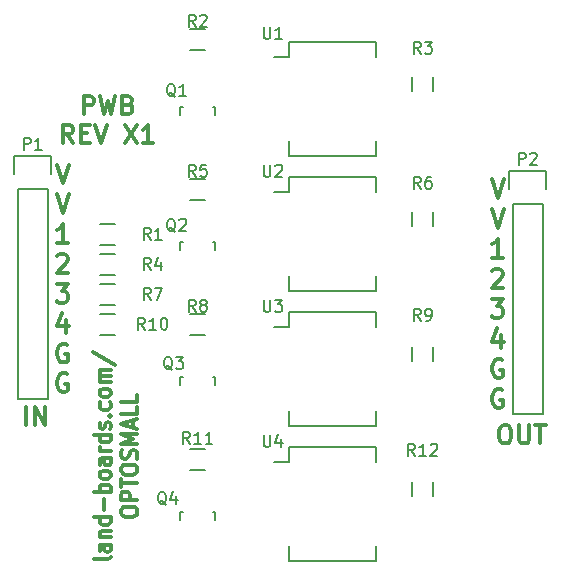
<source format=gto>
G04 #@! TF.FileFunction,Legend,Top*
%FSLAX46Y46*%
G04 Gerber Fmt 4.6, Leading zero omitted, Abs format (unit mm)*
G04 Created by KiCad (PCBNEW (after 2015-mar-04 BZR unknown)-product) date 6/12/2015 3:56:59 PM*
%MOMM*%
G01*
G04 APERTURE LIST*
%ADD10C,0.150000*%
%ADD11C,0.304800*%
G04 APERTURE END LIST*
D10*
D11*
X198628001Y-115243429D02*
X198918287Y-115243429D01*
X199063429Y-115316000D01*
X199208572Y-115461143D01*
X199281144Y-115751429D01*
X199281144Y-116259429D01*
X199208572Y-116549714D01*
X199063429Y-116694857D01*
X198918287Y-116767429D01*
X198628001Y-116767429D01*
X198482858Y-116694857D01*
X198337715Y-116549714D01*
X198265144Y-116259429D01*
X198265144Y-115751429D01*
X198337715Y-115461143D01*
X198482858Y-115316000D01*
X198628001Y-115243429D01*
X199934286Y-115243429D02*
X199934286Y-116477143D01*
X200006858Y-116622286D01*
X200079429Y-116694857D01*
X200224572Y-116767429D01*
X200514858Y-116767429D01*
X200660000Y-116694857D01*
X200732572Y-116622286D01*
X200805143Y-116477143D01*
X200805143Y-115243429D01*
X201313143Y-115243429D02*
X202184000Y-115243429D01*
X201748571Y-116767429D02*
X201748571Y-115243429D01*
X158205715Y-115243429D02*
X158205715Y-113719429D01*
X158931429Y-115243429D02*
X158931429Y-113719429D01*
X159802286Y-115243429D01*
X159802286Y-113719429D01*
X197612000Y-94355920D02*
X198120000Y-95956120D01*
X198628000Y-94355920D01*
X197612000Y-96901000D02*
X198120000Y-98501200D01*
X198628000Y-96901000D01*
X198555429Y-101046280D02*
X197684572Y-101046280D01*
X198120000Y-101046280D02*
X198120000Y-99446080D01*
X197974857Y-99674680D01*
X197829715Y-99827080D01*
X197684572Y-99903280D01*
X197684572Y-102143560D02*
X197757143Y-102067360D01*
X197902286Y-101991160D01*
X198265143Y-101991160D01*
X198410286Y-102067360D01*
X198482857Y-102143560D01*
X198555429Y-102295960D01*
X198555429Y-102448360D01*
X198482857Y-102676960D01*
X197612000Y-103591360D01*
X198555429Y-103591360D01*
X197612000Y-104536240D02*
X198555429Y-104536240D01*
X198047429Y-105145840D01*
X198265143Y-105145840D01*
X198410286Y-105222040D01*
X198482857Y-105298240D01*
X198555429Y-105450640D01*
X198555429Y-105831640D01*
X198482857Y-105984040D01*
X198410286Y-106060240D01*
X198265143Y-106136440D01*
X197829715Y-106136440D01*
X197684572Y-106060240D01*
X197612000Y-105984040D01*
X198410286Y-107614720D02*
X198410286Y-108681520D01*
X198047429Y-107005120D02*
X197684572Y-108148120D01*
X198628000Y-108148120D01*
X198519143Y-109702600D02*
X198374000Y-109626400D01*
X198156286Y-109626400D01*
X197938571Y-109702600D01*
X197793429Y-109855000D01*
X197720857Y-110007400D01*
X197648286Y-110312200D01*
X197648286Y-110540800D01*
X197720857Y-110845600D01*
X197793429Y-110998000D01*
X197938571Y-111150400D01*
X198156286Y-111226600D01*
X198301429Y-111226600D01*
X198519143Y-111150400D01*
X198591714Y-111074200D01*
X198591714Y-110540800D01*
X198301429Y-110540800D01*
X198519143Y-112247680D02*
X198374000Y-112171480D01*
X198156286Y-112171480D01*
X197938571Y-112247680D01*
X197793429Y-112400080D01*
X197720857Y-112552480D01*
X197648286Y-112857280D01*
X197648286Y-113085880D01*
X197720857Y-113390680D01*
X197793429Y-113543080D01*
X197938571Y-113695480D01*
X198156286Y-113771680D01*
X198301429Y-113771680D01*
X198519143Y-113695480D01*
X198591714Y-113619280D01*
X198591714Y-113085880D01*
X198301429Y-113085880D01*
X160782000Y-93155105D02*
X161290000Y-94742605D01*
X161798000Y-93155105D01*
X160782000Y-95682405D02*
X161290000Y-97269905D01*
X161798000Y-95682405D01*
X161725429Y-99797205D02*
X160854572Y-99797205D01*
X161290000Y-99797205D02*
X161290000Y-98209705D01*
X161144857Y-98436490D01*
X160999715Y-98587681D01*
X160854572Y-98663276D01*
X160854572Y-100888195D02*
X160927143Y-100812600D01*
X161072286Y-100737005D01*
X161435143Y-100737005D01*
X161580286Y-100812600D01*
X161652857Y-100888195D01*
X161725429Y-101039386D01*
X161725429Y-101190576D01*
X161652857Y-101417362D01*
X160782000Y-102324505D01*
X161725429Y-102324505D01*
X160782000Y-103264305D02*
X161725429Y-103264305D01*
X161217429Y-103869067D01*
X161435143Y-103869067D01*
X161580286Y-103944662D01*
X161652857Y-104020257D01*
X161725429Y-104171448D01*
X161725429Y-104549424D01*
X161652857Y-104700614D01*
X161580286Y-104776210D01*
X161435143Y-104851805D01*
X160999715Y-104851805D01*
X160854572Y-104776210D01*
X160782000Y-104700614D01*
X161580286Y-106320771D02*
X161580286Y-107379105D01*
X161217429Y-105716010D02*
X160854572Y-106849938D01*
X161798000Y-106849938D01*
X161689143Y-108394500D02*
X161544000Y-108318905D01*
X161326286Y-108318905D01*
X161108571Y-108394500D01*
X160963429Y-108545690D01*
X160890857Y-108696881D01*
X160818286Y-108999262D01*
X160818286Y-109226048D01*
X160890857Y-109528429D01*
X160963429Y-109679619D01*
X161108571Y-109830810D01*
X161326286Y-109906405D01*
X161471429Y-109906405D01*
X161689143Y-109830810D01*
X161761714Y-109755214D01*
X161761714Y-109226048D01*
X161471429Y-109226048D01*
X161689143Y-110921800D02*
X161544000Y-110846205D01*
X161326286Y-110846205D01*
X161108571Y-110921800D01*
X160963429Y-111072990D01*
X160890857Y-111224181D01*
X160818286Y-111526562D01*
X160818286Y-111753348D01*
X160890857Y-112055729D01*
X160963429Y-112206919D01*
X161108571Y-112358110D01*
X161326286Y-112433705D01*
X161471429Y-112433705D01*
X161689143Y-112358110D01*
X161761714Y-112282514D01*
X161761714Y-111753348D01*
X161471429Y-111753348D01*
X165363676Y-126352905D02*
X165297152Y-126473858D01*
X165164105Y-126534334D01*
X163966676Y-126534334D01*
X165363676Y-125324810D02*
X164631914Y-125324810D01*
X164498867Y-125385287D01*
X164432343Y-125506239D01*
X164432343Y-125748144D01*
X164498867Y-125869096D01*
X165297152Y-125324810D02*
X165363676Y-125445763D01*
X165363676Y-125748144D01*
X165297152Y-125869096D01*
X165164105Y-125929572D01*
X165031057Y-125929572D01*
X164898010Y-125869096D01*
X164831486Y-125748144D01*
X164831486Y-125445763D01*
X164764962Y-125324810D01*
X164432343Y-124720048D02*
X165363676Y-124720048D01*
X164565390Y-124720048D02*
X164498867Y-124659572D01*
X164432343Y-124538619D01*
X164432343Y-124357191D01*
X164498867Y-124236239D01*
X164631914Y-124175762D01*
X165363676Y-124175762D01*
X165363676Y-123026714D02*
X163966676Y-123026714D01*
X165297152Y-123026714D02*
X165363676Y-123147667D01*
X165363676Y-123389571D01*
X165297152Y-123510524D01*
X165230629Y-123571000D01*
X165097581Y-123631476D01*
X164698438Y-123631476D01*
X164565390Y-123571000D01*
X164498867Y-123510524D01*
X164432343Y-123389571D01*
X164432343Y-123147667D01*
X164498867Y-123026714D01*
X164831486Y-122421952D02*
X164831486Y-121454333D01*
X165363676Y-120849571D02*
X163966676Y-120849571D01*
X164498867Y-120849571D02*
X164432343Y-120728619D01*
X164432343Y-120486714D01*
X164498867Y-120365762D01*
X164565390Y-120305285D01*
X164698438Y-120244809D01*
X165097581Y-120244809D01*
X165230629Y-120305285D01*
X165297152Y-120365762D01*
X165363676Y-120486714D01*
X165363676Y-120728619D01*
X165297152Y-120849571D01*
X165363676Y-119519094D02*
X165297152Y-119640047D01*
X165230629Y-119700523D01*
X165097581Y-119760999D01*
X164698438Y-119760999D01*
X164565390Y-119700523D01*
X164498867Y-119640047D01*
X164432343Y-119519094D01*
X164432343Y-119337666D01*
X164498867Y-119216714D01*
X164565390Y-119156237D01*
X164698438Y-119095761D01*
X165097581Y-119095761D01*
X165230629Y-119156237D01*
X165297152Y-119216714D01*
X165363676Y-119337666D01*
X165363676Y-119519094D01*
X165363676Y-118007189D02*
X164631914Y-118007189D01*
X164498867Y-118067666D01*
X164432343Y-118188618D01*
X164432343Y-118430523D01*
X164498867Y-118551475D01*
X165297152Y-118007189D02*
X165363676Y-118128142D01*
X165363676Y-118430523D01*
X165297152Y-118551475D01*
X165164105Y-118611951D01*
X165031057Y-118611951D01*
X164898010Y-118551475D01*
X164831486Y-118430523D01*
X164831486Y-118128142D01*
X164764962Y-118007189D01*
X165363676Y-117402427D02*
X164432343Y-117402427D01*
X164698438Y-117402427D02*
X164565390Y-117341951D01*
X164498867Y-117281475D01*
X164432343Y-117160522D01*
X164432343Y-117039570D01*
X165363676Y-116071951D02*
X163966676Y-116071951D01*
X165297152Y-116071951D02*
X165363676Y-116192904D01*
X165363676Y-116434808D01*
X165297152Y-116555761D01*
X165230629Y-116616237D01*
X165097581Y-116676713D01*
X164698438Y-116676713D01*
X164565390Y-116616237D01*
X164498867Y-116555761D01*
X164432343Y-116434808D01*
X164432343Y-116192904D01*
X164498867Y-116071951D01*
X165297152Y-115527665D02*
X165363676Y-115406713D01*
X165363676Y-115164808D01*
X165297152Y-115043856D01*
X165164105Y-114983380D01*
X165097581Y-114983380D01*
X164964533Y-115043856D01*
X164898010Y-115164808D01*
X164898010Y-115346237D01*
X164831486Y-115467189D01*
X164698438Y-115527665D01*
X164631914Y-115527665D01*
X164498867Y-115467189D01*
X164432343Y-115346237D01*
X164432343Y-115164808D01*
X164498867Y-115043856D01*
X165230629Y-114439094D02*
X165297152Y-114378618D01*
X165363676Y-114439094D01*
X165297152Y-114499570D01*
X165230629Y-114439094D01*
X165363676Y-114439094D01*
X165297152Y-113290046D02*
X165363676Y-113410999D01*
X165363676Y-113652903D01*
X165297152Y-113773856D01*
X165230629Y-113834332D01*
X165097581Y-113894808D01*
X164698438Y-113894808D01*
X164565390Y-113834332D01*
X164498867Y-113773856D01*
X164432343Y-113652903D01*
X164432343Y-113410999D01*
X164498867Y-113290046D01*
X165363676Y-112564332D02*
X165297152Y-112685285D01*
X165230629Y-112745761D01*
X165097581Y-112806237D01*
X164698438Y-112806237D01*
X164565390Y-112745761D01*
X164498867Y-112685285D01*
X164432343Y-112564332D01*
X164432343Y-112382904D01*
X164498867Y-112261952D01*
X164565390Y-112201475D01*
X164698438Y-112140999D01*
X165097581Y-112140999D01*
X165230629Y-112201475D01*
X165297152Y-112261952D01*
X165363676Y-112382904D01*
X165363676Y-112564332D01*
X165363676Y-111596713D02*
X164432343Y-111596713D01*
X164565390Y-111596713D02*
X164498867Y-111536237D01*
X164432343Y-111415284D01*
X164432343Y-111233856D01*
X164498867Y-111112904D01*
X164631914Y-111052427D01*
X165363676Y-111052427D01*
X164631914Y-111052427D02*
X164498867Y-110991951D01*
X164432343Y-110870999D01*
X164432343Y-110689570D01*
X164498867Y-110568618D01*
X164631914Y-110508142D01*
X165363676Y-110508142D01*
X163900152Y-108996237D02*
X165696295Y-110084809D01*
X166227276Y-122663856D02*
X166227276Y-122421952D01*
X166293800Y-122300999D01*
X166426848Y-122180047D01*
X166692943Y-122119571D01*
X167158610Y-122119571D01*
X167424705Y-122180047D01*
X167557752Y-122300999D01*
X167624276Y-122421952D01*
X167624276Y-122663856D01*
X167557752Y-122784809D01*
X167424705Y-122905761D01*
X167158610Y-122966237D01*
X166692943Y-122966237D01*
X166426848Y-122905761D01*
X166293800Y-122784809D01*
X166227276Y-122663856D01*
X167624276Y-121575285D02*
X166227276Y-121575285D01*
X166227276Y-121091476D01*
X166293800Y-120970523D01*
X166360324Y-120910047D01*
X166493371Y-120849571D01*
X166692943Y-120849571D01*
X166825990Y-120910047D01*
X166892514Y-120970523D01*
X166959038Y-121091476D01*
X166959038Y-121575285D01*
X166227276Y-120486714D02*
X166227276Y-119760999D01*
X167624276Y-120123856D02*
X166227276Y-120123856D01*
X166227276Y-119095761D02*
X166227276Y-118853857D01*
X166293800Y-118732904D01*
X166426848Y-118611952D01*
X166692943Y-118551476D01*
X167158610Y-118551476D01*
X167424705Y-118611952D01*
X167557752Y-118732904D01*
X167624276Y-118853857D01*
X167624276Y-119095761D01*
X167557752Y-119216714D01*
X167424705Y-119337666D01*
X167158610Y-119398142D01*
X166692943Y-119398142D01*
X166426848Y-119337666D01*
X166293800Y-119216714D01*
X166227276Y-119095761D01*
X167557752Y-118067666D02*
X167624276Y-117886238D01*
X167624276Y-117583857D01*
X167557752Y-117462904D01*
X167491229Y-117402428D01*
X167358181Y-117341952D01*
X167225133Y-117341952D01*
X167092086Y-117402428D01*
X167025562Y-117462904D01*
X166959038Y-117583857D01*
X166892514Y-117825761D01*
X166825990Y-117946714D01*
X166759467Y-118007190D01*
X166626419Y-118067666D01*
X166493371Y-118067666D01*
X166360324Y-118007190D01*
X166293800Y-117946714D01*
X166227276Y-117825761D01*
X166227276Y-117523381D01*
X166293800Y-117341952D01*
X167624276Y-116797666D02*
X166227276Y-116797666D01*
X167225133Y-116374333D01*
X166227276Y-115950999D01*
X167624276Y-115950999D01*
X167225133Y-115406713D02*
X167225133Y-114801951D01*
X167624276Y-115527666D02*
X166227276Y-115104332D01*
X167624276Y-114680999D01*
X167624276Y-113652904D02*
X167624276Y-114257666D01*
X166227276Y-114257666D01*
X167624276Y-112624809D02*
X167624276Y-113229571D01*
X166227276Y-113229571D01*
X163068000Y-88878229D02*
X163068000Y-87354229D01*
X163648572Y-87354229D01*
X163793714Y-87426800D01*
X163866286Y-87499371D01*
X163938857Y-87644514D01*
X163938857Y-87862229D01*
X163866286Y-88007371D01*
X163793714Y-88079943D01*
X163648572Y-88152514D01*
X163068000Y-88152514D01*
X164446857Y-87354229D02*
X164809714Y-88878229D01*
X165100000Y-87789657D01*
X165390286Y-88878229D01*
X165753143Y-87354229D01*
X166841714Y-88079943D02*
X167059428Y-88152514D01*
X167132000Y-88225086D01*
X167204571Y-88370229D01*
X167204571Y-88587943D01*
X167132000Y-88733086D01*
X167059428Y-88805657D01*
X166914286Y-88878229D01*
X166333714Y-88878229D01*
X166333714Y-87354229D01*
X166841714Y-87354229D01*
X166986857Y-87426800D01*
X167059428Y-87499371D01*
X167132000Y-87644514D01*
X167132000Y-87789657D01*
X167059428Y-87934800D01*
X166986857Y-88007371D01*
X166841714Y-88079943D01*
X166333714Y-88079943D01*
X162197142Y-91316629D02*
X161689142Y-90590914D01*
X161326285Y-91316629D02*
X161326285Y-89792629D01*
X161906857Y-89792629D01*
X162051999Y-89865200D01*
X162124571Y-89937771D01*
X162197142Y-90082914D01*
X162197142Y-90300629D01*
X162124571Y-90445771D01*
X162051999Y-90518343D01*
X161906857Y-90590914D01*
X161326285Y-90590914D01*
X162850285Y-90518343D02*
X163358285Y-90518343D01*
X163575999Y-91316629D02*
X162850285Y-91316629D01*
X162850285Y-89792629D01*
X163575999Y-89792629D01*
X164011428Y-89792629D02*
X164519428Y-91316629D01*
X165027428Y-89792629D01*
X166551428Y-89792629D02*
X167567428Y-91316629D01*
X167567428Y-89792629D02*
X166551428Y-91316629D01*
X168946286Y-91316629D02*
X168075429Y-91316629D01*
X168510857Y-91316629D02*
X168510857Y-89792629D01*
X168365714Y-90010343D01*
X168220572Y-90155486D01*
X168075429Y-90228057D01*
D10*
X165700000Y-99935000D02*
X164500000Y-99935000D01*
X164500000Y-98185000D02*
X165700000Y-98185000D01*
X173320000Y-83425000D02*
X172120000Y-83425000D01*
X172120000Y-81675000D02*
X173320000Y-81675000D01*
X192645000Y-85760000D02*
X192645000Y-86960000D01*
X190895000Y-86960000D02*
X190895000Y-85760000D01*
X165700000Y-102475000D02*
X164500000Y-102475000D01*
X164500000Y-100725000D02*
X165700000Y-100725000D01*
X173320000Y-96125000D02*
X172120000Y-96125000D01*
X172120000Y-94375000D02*
X173320000Y-94375000D01*
X192645000Y-97190000D02*
X192645000Y-98390000D01*
X190895000Y-98390000D02*
X190895000Y-97190000D01*
X165700000Y-105015000D02*
X164500000Y-105015000D01*
X164500000Y-103265000D02*
X165700000Y-103265000D01*
X173320000Y-107555000D02*
X172120000Y-107555000D01*
X172120000Y-105805000D02*
X173320000Y-105805000D01*
X192645000Y-108620000D02*
X192645000Y-109820000D01*
X190895000Y-109820000D02*
X190895000Y-108620000D01*
X165700000Y-107555000D02*
X164500000Y-107555000D01*
X164500000Y-105805000D02*
X165700000Y-105805000D01*
X173320000Y-118985000D02*
X172120000Y-118985000D01*
X172120000Y-117235000D02*
X173320000Y-117235000D01*
X192645000Y-120050000D02*
X192645000Y-121250000D01*
X190895000Y-121250000D02*
X190895000Y-120050000D01*
X180475000Y-82795000D02*
X180475000Y-84065000D01*
X187825000Y-82795000D02*
X187825000Y-84065000D01*
X187825000Y-92465000D02*
X187825000Y-91195000D01*
X180475000Y-92465000D02*
X180475000Y-91195000D01*
X180475000Y-82795000D02*
X187825000Y-82795000D01*
X180475000Y-92465000D02*
X187825000Y-92465000D01*
X180475000Y-84065000D02*
X179190000Y-84065000D01*
X180475000Y-94225000D02*
X180475000Y-95495000D01*
X187825000Y-94225000D02*
X187825000Y-95495000D01*
X187825000Y-103895000D02*
X187825000Y-102625000D01*
X180475000Y-103895000D02*
X180475000Y-102625000D01*
X180475000Y-94225000D02*
X187825000Y-94225000D01*
X180475000Y-103895000D02*
X187825000Y-103895000D01*
X180475000Y-95495000D02*
X179190000Y-95495000D01*
X180475000Y-105655000D02*
X180475000Y-106925000D01*
X187825000Y-105655000D02*
X187825000Y-106925000D01*
X187825000Y-115325000D02*
X187825000Y-114055000D01*
X180475000Y-115325000D02*
X180475000Y-114055000D01*
X180475000Y-105655000D02*
X187825000Y-105655000D01*
X180475000Y-115325000D02*
X187825000Y-115325000D01*
X180475000Y-106925000D02*
X179190000Y-106925000D01*
X180475000Y-117085000D02*
X180475000Y-118355000D01*
X187825000Y-117085000D02*
X187825000Y-118355000D01*
X187825000Y-126755000D02*
X187825000Y-125485000D01*
X180475000Y-126755000D02*
X180475000Y-125485000D01*
X180475000Y-117085000D02*
X187825000Y-117085000D01*
X180475000Y-126755000D02*
X187825000Y-126755000D01*
X180475000Y-118355000D02*
X179190000Y-118355000D01*
X171220180Y-88950800D02*
X171220180Y-88249760D01*
X171220180Y-88249760D02*
X171469100Y-88249760D01*
X174019160Y-88249760D02*
X174219820Y-88249760D01*
X174219820Y-88249760D02*
X174219820Y-88950800D01*
X171220180Y-100380800D02*
X171220180Y-99679760D01*
X171220180Y-99679760D02*
X171469100Y-99679760D01*
X174019160Y-99679760D02*
X174219820Y-99679760D01*
X174219820Y-99679760D02*
X174219820Y-100380800D01*
X171220180Y-111810800D02*
X171220180Y-111109760D01*
X171220180Y-111109760D02*
X171469100Y-111109760D01*
X174019160Y-111109760D02*
X174219820Y-111109760D01*
X174219820Y-111109760D02*
X174219820Y-111810800D01*
X171220180Y-123240800D02*
X171220180Y-122539760D01*
X171220180Y-122539760D02*
X171469100Y-122539760D01*
X174019160Y-122539760D02*
X174219820Y-122539760D01*
X174219820Y-122539760D02*
X174219820Y-123240800D01*
X160020000Y-95250000D02*
X160020000Y-113030000D01*
X160020000Y-113030000D02*
X157480000Y-113030000D01*
X157480000Y-113030000D02*
X157480000Y-95250000D01*
X160300000Y-92430000D02*
X160300000Y-93980000D01*
X160020000Y-95250000D02*
X157480000Y-95250000D01*
X157200000Y-93980000D02*
X157200000Y-92430000D01*
X157200000Y-92430000D02*
X160300000Y-92430000D01*
X201930000Y-96520000D02*
X201930000Y-114300000D01*
X201930000Y-114300000D02*
X199390000Y-114300000D01*
X199390000Y-114300000D02*
X199390000Y-96520000D01*
X202210000Y-93700000D02*
X202210000Y-95250000D01*
X201930000Y-96520000D02*
X199390000Y-96520000D01*
X199110000Y-95250000D02*
X199110000Y-93700000D01*
X199110000Y-93700000D02*
X202210000Y-93700000D01*
X168743334Y-99512381D02*
X168410000Y-99036190D01*
X168171905Y-99512381D02*
X168171905Y-98512381D01*
X168552858Y-98512381D01*
X168648096Y-98560000D01*
X168695715Y-98607619D01*
X168743334Y-98702857D01*
X168743334Y-98845714D01*
X168695715Y-98940952D01*
X168648096Y-98988571D01*
X168552858Y-99036190D01*
X168171905Y-99036190D01*
X169695715Y-99512381D02*
X169124286Y-99512381D01*
X169410000Y-99512381D02*
X169410000Y-98512381D01*
X169314762Y-98655238D01*
X169219524Y-98750476D01*
X169124286Y-98798095D01*
X172553334Y-81478381D02*
X172220000Y-81002190D01*
X171981905Y-81478381D02*
X171981905Y-80478381D01*
X172362858Y-80478381D01*
X172458096Y-80526000D01*
X172505715Y-80573619D01*
X172553334Y-80668857D01*
X172553334Y-80811714D01*
X172505715Y-80906952D01*
X172458096Y-80954571D01*
X172362858Y-81002190D01*
X171981905Y-81002190D01*
X172934286Y-80573619D02*
X172981905Y-80526000D01*
X173077143Y-80478381D01*
X173315239Y-80478381D01*
X173410477Y-80526000D01*
X173458096Y-80573619D01*
X173505715Y-80668857D01*
X173505715Y-80764095D01*
X173458096Y-80906952D01*
X172886667Y-81478381D01*
X173505715Y-81478381D01*
X191603334Y-83764381D02*
X191270000Y-83288190D01*
X191031905Y-83764381D02*
X191031905Y-82764381D01*
X191412858Y-82764381D01*
X191508096Y-82812000D01*
X191555715Y-82859619D01*
X191603334Y-82954857D01*
X191603334Y-83097714D01*
X191555715Y-83192952D01*
X191508096Y-83240571D01*
X191412858Y-83288190D01*
X191031905Y-83288190D01*
X191936667Y-82764381D02*
X192555715Y-82764381D01*
X192222381Y-83145333D01*
X192365239Y-83145333D01*
X192460477Y-83192952D01*
X192508096Y-83240571D01*
X192555715Y-83335810D01*
X192555715Y-83573905D01*
X192508096Y-83669143D01*
X192460477Y-83716762D01*
X192365239Y-83764381D01*
X192079524Y-83764381D01*
X191984286Y-83716762D01*
X191936667Y-83669143D01*
X168743334Y-102052381D02*
X168410000Y-101576190D01*
X168171905Y-102052381D02*
X168171905Y-101052381D01*
X168552858Y-101052381D01*
X168648096Y-101100000D01*
X168695715Y-101147619D01*
X168743334Y-101242857D01*
X168743334Y-101385714D01*
X168695715Y-101480952D01*
X168648096Y-101528571D01*
X168552858Y-101576190D01*
X168171905Y-101576190D01*
X169600477Y-101385714D02*
X169600477Y-102052381D01*
X169362381Y-101004762D02*
X169124286Y-101719048D01*
X169743334Y-101719048D01*
X172553334Y-94178381D02*
X172220000Y-93702190D01*
X171981905Y-94178381D02*
X171981905Y-93178381D01*
X172362858Y-93178381D01*
X172458096Y-93226000D01*
X172505715Y-93273619D01*
X172553334Y-93368857D01*
X172553334Y-93511714D01*
X172505715Y-93606952D01*
X172458096Y-93654571D01*
X172362858Y-93702190D01*
X171981905Y-93702190D01*
X173458096Y-93178381D02*
X172981905Y-93178381D01*
X172934286Y-93654571D01*
X172981905Y-93606952D01*
X173077143Y-93559333D01*
X173315239Y-93559333D01*
X173410477Y-93606952D01*
X173458096Y-93654571D01*
X173505715Y-93749810D01*
X173505715Y-93987905D01*
X173458096Y-94083143D01*
X173410477Y-94130762D01*
X173315239Y-94178381D01*
X173077143Y-94178381D01*
X172981905Y-94130762D01*
X172934286Y-94083143D01*
X191603334Y-95194381D02*
X191270000Y-94718190D01*
X191031905Y-95194381D02*
X191031905Y-94194381D01*
X191412858Y-94194381D01*
X191508096Y-94242000D01*
X191555715Y-94289619D01*
X191603334Y-94384857D01*
X191603334Y-94527714D01*
X191555715Y-94622952D01*
X191508096Y-94670571D01*
X191412858Y-94718190D01*
X191031905Y-94718190D01*
X192460477Y-94194381D02*
X192270000Y-94194381D01*
X192174762Y-94242000D01*
X192127143Y-94289619D01*
X192031905Y-94432476D01*
X191984286Y-94622952D01*
X191984286Y-95003905D01*
X192031905Y-95099143D01*
X192079524Y-95146762D01*
X192174762Y-95194381D01*
X192365239Y-95194381D01*
X192460477Y-95146762D01*
X192508096Y-95099143D01*
X192555715Y-95003905D01*
X192555715Y-94765810D01*
X192508096Y-94670571D01*
X192460477Y-94622952D01*
X192365239Y-94575333D01*
X192174762Y-94575333D01*
X192079524Y-94622952D01*
X192031905Y-94670571D01*
X191984286Y-94765810D01*
X168743334Y-104592381D02*
X168410000Y-104116190D01*
X168171905Y-104592381D02*
X168171905Y-103592381D01*
X168552858Y-103592381D01*
X168648096Y-103640000D01*
X168695715Y-103687619D01*
X168743334Y-103782857D01*
X168743334Y-103925714D01*
X168695715Y-104020952D01*
X168648096Y-104068571D01*
X168552858Y-104116190D01*
X168171905Y-104116190D01*
X169076667Y-103592381D02*
X169743334Y-103592381D01*
X169314762Y-104592381D01*
X172553334Y-105608381D02*
X172220000Y-105132190D01*
X171981905Y-105608381D02*
X171981905Y-104608381D01*
X172362858Y-104608381D01*
X172458096Y-104656000D01*
X172505715Y-104703619D01*
X172553334Y-104798857D01*
X172553334Y-104941714D01*
X172505715Y-105036952D01*
X172458096Y-105084571D01*
X172362858Y-105132190D01*
X171981905Y-105132190D01*
X173124762Y-105036952D02*
X173029524Y-104989333D01*
X172981905Y-104941714D01*
X172934286Y-104846476D01*
X172934286Y-104798857D01*
X172981905Y-104703619D01*
X173029524Y-104656000D01*
X173124762Y-104608381D01*
X173315239Y-104608381D01*
X173410477Y-104656000D01*
X173458096Y-104703619D01*
X173505715Y-104798857D01*
X173505715Y-104846476D01*
X173458096Y-104941714D01*
X173410477Y-104989333D01*
X173315239Y-105036952D01*
X173124762Y-105036952D01*
X173029524Y-105084571D01*
X172981905Y-105132190D01*
X172934286Y-105227429D01*
X172934286Y-105417905D01*
X172981905Y-105513143D01*
X173029524Y-105560762D01*
X173124762Y-105608381D01*
X173315239Y-105608381D01*
X173410477Y-105560762D01*
X173458096Y-105513143D01*
X173505715Y-105417905D01*
X173505715Y-105227429D01*
X173458096Y-105132190D01*
X173410477Y-105084571D01*
X173315239Y-105036952D01*
X191603334Y-106370381D02*
X191270000Y-105894190D01*
X191031905Y-106370381D02*
X191031905Y-105370381D01*
X191412858Y-105370381D01*
X191508096Y-105418000D01*
X191555715Y-105465619D01*
X191603334Y-105560857D01*
X191603334Y-105703714D01*
X191555715Y-105798952D01*
X191508096Y-105846571D01*
X191412858Y-105894190D01*
X191031905Y-105894190D01*
X192079524Y-106370381D02*
X192270000Y-106370381D01*
X192365239Y-106322762D01*
X192412858Y-106275143D01*
X192508096Y-106132286D01*
X192555715Y-105941810D01*
X192555715Y-105560857D01*
X192508096Y-105465619D01*
X192460477Y-105418000D01*
X192365239Y-105370381D01*
X192174762Y-105370381D01*
X192079524Y-105418000D01*
X192031905Y-105465619D01*
X191984286Y-105560857D01*
X191984286Y-105798952D01*
X192031905Y-105894190D01*
X192079524Y-105941810D01*
X192174762Y-105989429D01*
X192365239Y-105989429D01*
X192460477Y-105941810D01*
X192508096Y-105894190D01*
X192555715Y-105798952D01*
X168267143Y-107132381D02*
X167933809Y-106656190D01*
X167695714Y-107132381D02*
X167695714Y-106132381D01*
X168076667Y-106132381D01*
X168171905Y-106180000D01*
X168219524Y-106227619D01*
X168267143Y-106322857D01*
X168267143Y-106465714D01*
X168219524Y-106560952D01*
X168171905Y-106608571D01*
X168076667Y-106656190D01*
X167695714Y-106656190D01*
X169219524Y-107132381D02*
X168648095Y-107132381D01*
X168933809Y-107132381D02*
X168933809Y-106132381D01*
X168838571Y-106275238D01*
X168743333Y-106370476D01*
X168648095Y-106418095D01*
X169838571Y-106132381D02*
X169933810Y-106132381D01*
X170029048Y-106180000D01*
X170076667Y-106227619D01*
X170124286Y-106322857D01*
X170171905Y-106513333D01*
X170171905Y-106751429D01*
X170124286Y-106941905D01*
X170076667Y-107037143D01*
X170029048Y-107084762D01*
X169933810Y-107132381D01*
X169838571Y-107132381D01*
X169743333Y-107084762D01*
X169695714Y-107037143D01*
X169648095Y-106941905D01*
X169600476Y-106751429D01*
X169600476Y-106513333D01*
X169648095Y-106322857D01*
X169695714Y-106227619D01*
X169743333Y-106180000D01*
X169838571Y-106132381D01*
X172077143Y-116784381D02*
X171743809Y-116308190D01*
X171505714Y-116784381D02*
X171505714Y-115784381D01*
X171886667Y-115784381D01*
X171981905Y-115832000D01*
X172029524Y-115879619D01*
X172077143Y-115974857D01*
X172077143Y-116117714D01*
X172029524Y-116212952D01*
X171981905Y-116260571D01*
X171886667Y-116308190D01*
X171505714Y-116308190D01*
X173029524Y-116784381D02*
X172458095Y-116784381D01*
X172743809Y-116784381D02*
X172743809Y-115784381D01*
X172648571Y-115927238D01*
X172553333Y-116022476D01*
X172458095Y-116070095D01*
X173981905Y-116784381D02*
X173410476Y-116784381D01*
X173696190Y-116784381D02*
X173696190Y-115784381D01*
X173600952Y-115927238D01*
X173505714Y-116022476D01*
X173410476Y-116070095D01*
X191127143Y-117800381D02*
X190793809Y-117324190D01*
X190555714Y-117800381D02*
X190555714Y-116800381D01*
X190936667Y-116800381D01*
X191031905Y-116848000D01*
X191079524Y-116895619D01*
X191127143Y-116990857D01*
X191127143Y-117133714D01*
X191079524Y-117228952D01*
X191031905Y-117276571D01*
X190936667Y-117324190D01*
X190555714Y-117324190D01*
X192079524Y-117800381D02*
X191508095Y-117800381D01*
X191793809Y-117800381D02*
X191793809Y-116800381D01*
X191698571Y-116943238D01*
X191603333Y-117038476D01*
X191508095Y-117086095D01*
X192460476Y-116895619D02*
X192508095Y-116848000D01*
X192603333Y-116800381D01*
X192841429Y-116800381D01*
X192936667Y-116848000D01*
X192984286Y-116895619D01*
X193031905Y-116990857D01*
X193031905Y-117086095D01*
X192984286Y-117228952D01*
X192412857Y-117800381D01*
X193031905Y-117800381D01*
X178308095Y-81494381D02*
X178308095Y-82303905D01*
X178355714Y-82399143D01*
X178403333Y-82446762D01*
X178498571Y-82494381D01*
X178689048Y-82494381D01*
X178784286Y-82446762D01*
X178831905Y-82399143D01*
X178879524Y-82303905D01*
X178879524Y-81494381D01*
X179879524Y-82494381D02*
X179308095Y-82494381D01*
X179593809Y-82494381D02*
X179593809Y-81494381D01*
X179498571Y-81637238D01*
X179403333Y-81732476D01*
X179308095Y-81780095D01*
X178308095Y-93178381D02*
X178308095Y-93987905D01*
X178355714Y-94083143D01*
X178403333Y-94130762D01*
X178498571Y-94178381D01*
X178689048Y-94178381D01*
X178784286Y-94130762D01*
X178831905Y-94083143D01*
X178879524Y-93987905D01*
X178879524Y-93178381D01*
X179308095Y-93273619D02*
X179355714Y-93226000D01*
X179450952Y-93178381D01*
X179689048Y-93178381D01*
X179784286Y-93226000D01*
X179831905Y-93273619D01*
X179879524Y-93368857D01*
X179879524Y-93464095D01*
X179831905Y-93606952D01*
X179260476Y-94178381D01*
X179879524Y-94178381D01*
X178308095Y-104608381D02*
X178308095Y-105417905D01*
X178355714Y-105513143D01*
X178403333Y-105560762D01*
X178498571Y-105608381D01*
X178689048Y-105608381D01*
X178784286Y-105560762D01*
X178831905Y-105513143D01*
X178879524Y-105417905D01*
X178879524Y-104608381D01*
X179260476Y-104608381D02*
X179879524Y-104608381D01*
X179546190Y-104989333D01*
X179689048Y-104989333D01*
X179784286Y-105036952D01*
X179831905Y-105084571D01*
X179879524Y-105179810D01*
X179879524Y-105417905D01*
X179831905Y-105513143D01*
X179784286Y-105560762D01*
X179689048Y-105608381D01*
X179403333Y-105608381D01*
X179308095Y-105560762D01*
X179260476Y-105513143D01*
X178308095Y-116038381D02*
X178308095Y-116847905D01*
X178355714Y-116943143D01*
X178403333Y-116990762D01*
X178498571Y-117038381D01*
X178689048Y-117038381D01*
X178784286Y-116990762D01*
X178831905Y-116943143D01*
X178879524Y-116847905D01*
X178879524Y-116038381D01*
X179784286Y-116371714D02*
X179784286Y-117038381D01*
X179546190Y-115990762D02*
X179308095Y-116705048D01*
X179927143Y-116705048D01*
X170846762Y-87415619D02*
X170751524Y-87368000D01*
X170656286Y-87272762D01*
X170513429Y-87129905D01*
X170418190Y-87082286D01*
X170322952Y-87082286D01*
X170370571Y-87320381D02*
X170275333Y-87272762D01*
X170180095Y-87177524D01*
X170132476Y-86987048D01*
X170132476Y-86653714D01*
X170180095Y-86463238D01*
X170275333Y-86368000D01*
X170370571Y-86320381D01*
X170561048Y-86320381D01*
X170656286Y-86368000D01*
X170751524Y-86463238D01*
X170799143Y-86653714D01*
X170799143Y-86987048D01*
X170751524Y-87177524D01*
X170656286Y-87272762D01*
X170561048Y-87320381D01*
X170370571Y-87320381D01*
X171751524Y-87320381D02*
X171180095Y-87320381D01*
X171465809Y-87320381D02*
X171465809Y-86320381D01*
X171370571Y-86463238D01*
X171275333Y-86558476D01*
X171180095Y-86606095D01*
X170846762Y-98845619D02*
X170751524Y-98798000D01*
X170656286Y-98702762D01*
X170513429Y-98559905D01*
X170418190Y-98512286D01*
X170322952Y-98512286D01*
X170370571Y-98750381D02*
X170275333Y-98702762D01*
X170180095Y-98607524D01*
X170132476Y-98417048D01*
X170132476Y-98083714D01*
X170180095Y-97893238D01*
X170275333Y-97798000D01*
X170370571Y-97750381D01*
X170561048Y-97750381D01*
X170656286Y-97798000D01*
X170751524Y-97893238D01*
X170799143Y-98083714D01*
X170799143Y-98417048D01*
X170751524Y-98607524D01*
X170656286Y-98702762D01*
X170561048Y-98750381D01*
X170370571Y-98750381D01*
X171180095Y-97845619D02*
X171227714Y-97798000D01*
X171322952Y-97750381D01*
X171561048Y-97750381D01*
X171656286Y-97798000D01*
X171703905Y-97845619D01*
X171751524Y-97940857D01*
X171751524Y-98036095D01*
X171703905Y-98178952D01*
X171132476Y-98750381D01*
X171751524Y-98750381D01*
X170592762Y-110529619D02*
X170497524Y-110482000D01*
X170402286Y-110386762D01*
X170259429Y-110243905D01*
X170164190Y-110196286D01*
X170068952Y-110196286D01*
X170116571Y-110434381D02*
X170021333Y-110386762D01*
X169926095Y-110291524D01*
X169878476Y-110101048D01*
X169878476Y-109767714D01*
X169926095Y-109577238D01*
X170021333Y-109482000D01*
X170116571Y-109434381D01*
X170307048Y-109434381D01*
X170402286Y-109482000D01*
X170497524Y-109577238D01*
X170545143Y-109767714D01*
X170545143Y-110101048D01*
X170497524Y-110291524D01*
X170402286Y-110386762D01*
X170307048Y-110434381D01*
X170116571Y-110434381D01*
X170878476Y-109434381D02*
X171497524Y-109434381D01*
X171164190Y-109815333D01*
X171307048Y-109815333D01*
X171402286Y-109862952D01*
X171449905Y-109910571D01*
X171497524Y-110005810D01*
X171497524Y-110243905D01*
X171449905Y-110339143D01*
X171402286Y-110386762D01*
X171307048Y-110434381D01*
X171021333Y-110434381D01*
X170926095Y-110386762D01*
X170878476Y-110339143D01*
X170084762Y-121959619D02*
X169989524Y-121912000D01*
X169894286Y-121816762D01*
X169751429Y-121673905D01*
X169656190Y-121626286D01*
X169560952Y-121626286D01*
X169608571Y-121864381D02*
X169513333Y-121816762D01*
X169418095Y-121721524D01*
X169370476Y-121531048D01*
X169370476Y-121197714D01*
X169418095Y-121007238D01*
X169513333Y-120912000D01*
X169608571Y-120864381D01*
X169799048Y-120864381D01*
X169894286Y-120912000D01*
X169989524Y-121007238D01*
X170037143Y-121197714D01*
X170037143Y-121531048D01*
X169989524Y-121721524D01*
X169894286Y-121816762D01*
X169799048Y-121864381D01*
X169608571Y-121864381D01*
X170894286Y-121197714D02*
X170894286Y-121864381D01*
X170656190Y-120816762D02*
X170418095Y-121531048D01*
X171037143Y-121531048D01*
X158011905Y-91892381D02*
X158011905Y-90892381D01*
X158392858Y-90892381D01*
X158488096Y-90940000D01*
X158535715Y-90987619D01*
X158583334Y-91082857D01*
X158583334Y-91225714D01*
X158535715Y-91320952D01*
X158488096Y-91368571D01*
X158392858Y-91416190D01*
X158011905Y-91416190D01*
X159535715Y-91892381D02*
X158964286Y-91892381D01*
X159250000Y-91892381D02*
X159250000Y-90892381D01*
X159154762Y-91035238D01*
X159059524Y-91130476D01*
X158964286Y-91178095D01*
X199921905Y-93162381D02*
X199921905Y-92162381D01*
X200302858Y-92162381D01*
X200398096Y-92210000D01*
X200445715Y-92257619D01*
X200493334Y-92352857D01*
X200493334Y-92495714D01*
X200445715Y-92590952D01*
X200398096Y-92638571D01*
X200302858Y-92686190D01*
X199921905Y-92686190D01*
X200874286Y-92257619D02*
X200921905Y-92210000D01*
X201017143Y-92162381D01*
X201255239Y-92162381D01*
X201350477Y-92210000D01*
X201398096Y-92257619D01*
X201445715Y-92352857D01*
X201445715Y-92448095D01*
X201398096Y-92590952D01*
X200826667Y-93162381D01*
X201445715Y-93162381D01*
M02*

</source>
